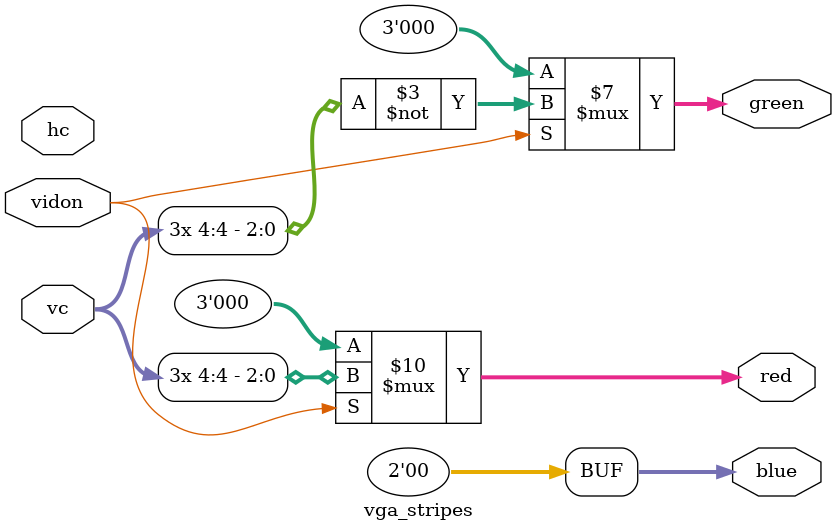
<source format=v>
module vga_stripes(
    input wire vidon,
    input wire [9:0] hc, vc,

    output reg [2:0] red, green,
    output reg [1:0] blue
);

// output red, green stripes 16 lines wide
always@(*)
    begin
        red = 0;
        green = 0;
        blue = 0;
        if (vidon == 1)
            begin
                red = {vc[4], vc[4], vc[4]};
                green = ~{vc[4], vc[4], vc[4]};
                blue = 0;
            end
    end
endmodule

</source>
